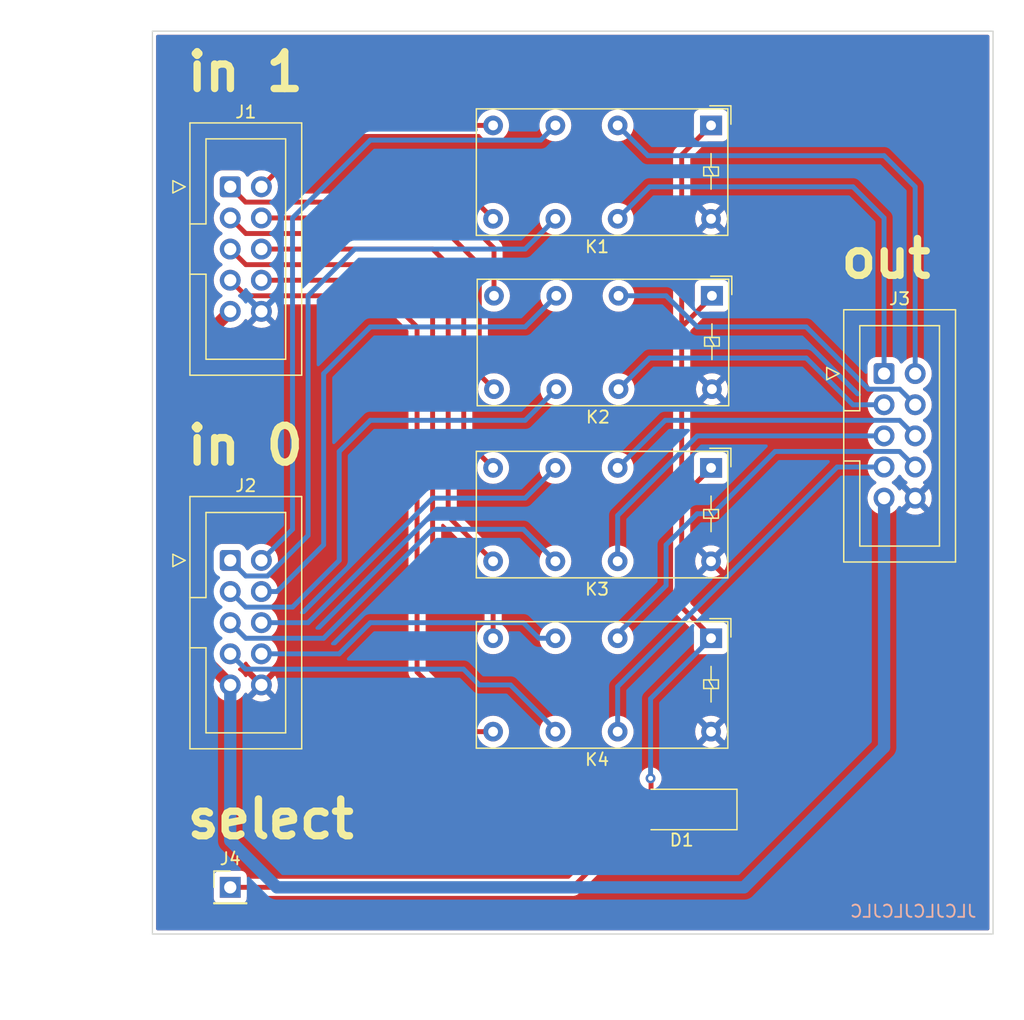
<source format=kicad_pcb>
(kicad_pcb (version 20221018) (generator pcbnew)
  (layers (0 "F.Cu" signal) (31 "B.Cu" signal) (34 "B.Paste" user) (35 "F.Paste" user) (36 "B.SilkS" user "B.Silkscreen") (37 "F.SilkS" user "F.Silkscreen") (38 "B.Mask" user) (39 "F.Mask" user) (44 "Edge.Cuts" user))
  (net 0 "")
  (net 1 "Net-(J1-Pin_1)")
  (net 2 "Net-(J1-Pin_2)")
  (net 3 "Net-(J1-Pin_3)")
  (net 4 "Net-(J1-Pin_4)")
  (net 5 "Net-(J1-Pin_5)")
  (net 6 "Net-(J1-Pin_6)")
  (net 7 "Net-(J1-Pin_7)")
  (net 8 "Net-(J1-Pin_8)")
  (net 9 "Net-(J2-Pin_1)")
  (net 10 "Net-(J2-Pin_2)")
  (net 11 "Net-(J2-Pin_3)")
  (net 12 "Net-(J2-Pin_4)")
  (net 13 "Net-(J2-Pin_5)")
  (net 14 "Net-(J2-Pin_6)")
  (net 15 "VCC")
  (net 16 "GND")
  (net 17 "Net-(J2-Pin_7)")
  (net 18 "Net-(J2-Pin_8)")
  (net 19 "Net-(J3-Pin_1)")
  (net 20 "Net-(J3-Pin_2)")
  (net 21 "Net-(J3-Pin_3)")
  (net 22 "Net-(J3-Pin_4)")
  (net 23 "Net-(J3-Pin_5)")
  (net 24 "Net-(J3-Pin_6)")
  (net 25 "Net-(J3-Pin_7)")
  (net 26 "Net-(D1-A2)")
  (net 27 "Net-(J3-Pin_8)")
  (footprint "Connector_IDC:IDC-Header_2x05_P2.54mm_Vertical" (layer "F.Cu") (at 111.76 106.68)
    (fp_text reference "J2" (at 1.27 -6.1) (layer "F.SilkS"))
    (fp_text value "BHR-10-VUA" hide)
    (fp_line (start -4.68 -0.5) (end -4.68 0.5) (stroke (width 0.12)) (layer "F.SilkS"))
    (fp_line (start -4.68 0.5) (end -3.68 0) (stroke (width 0.12)) (layer "F.SilkS"))
    (fp_line (start -3.68 0) (end -4.68 -0.5) (stroke (width 0.12)) (layer "F.SilkS"))
    (fp_line (start -3.29 -5.21) (end 5.83 -5.21) (stroke (width 0.12)) (layer "F.SilkS"))
    (fp_line (start -3.29 3.03) (end -1.98 3.03) (stroke (width 0.12)) (layer "F.SilkS"))
    (fp_line (start -3.29 15.37) (end -3.29 -5.21) (stroke (width 0.12)) (layer "F.SilkS"))
    (fp_line (start -1.98 -3.91) (end 4.52 -3.91) (stroke (width 0.12)) (layer "F.SilkS"))
    (fp_line (start -1.98 3.03) (end -1.98 -3.91) (stroke (width 0.12)) (layer "F.SilkS"))
    (fp_line (start -1.98 7.13) (end -3.29 7.13) (stroke (width 0.12)) (layer "F.SilkS"))
    (fp_line (start -1.98 7.13) (end -1.98 7.13) (stroke (width 0.12)) (layer "F.SilkS"))
    (fp_line (start -1.98 14.07) (end -1.98 7.13) (stroke (width 0.12)) (layer "F.SilkS"))
    (fp_line (start 4.52 -3.91) (end 4.52 14.07) (stroke (width 0.12)) (layer "F.SilkS"))
    (fp_line (start 4.52 14.07) (end -1.98 14.07) (stroke (width 0.12)) (layer "F.SilkS"))
    (fp_line (start 5.83 -5.21) (end 5.83 15.37) (stroke (width 0.12)) (layer "F.SilkS"))
    (fp_line (start 5.83 15.37) (end -3.29 15.37) (stroke (width 0.12)) (layer "F.SilkS"))
    (pad "1" thru_hole roundrect (at 0 0) (size 1.7 1.7) (drill 1) (layers "*.Cu" "*.Mask") (roundrect_rratio 0.147059) (net 9 "Net-(J2-Pin_1)"))
    (pad "2" thru_hole circle (at 2.54 0) (size 1.7 1.7) (drill 1) (layers "*.Cu" "*.Mask") (net 10 "Net-(J2-Pin_2)"))
    (pad "3" thru_hole circle (at 0 2.54) (size 1.7 1.7) (drill 1) (layers "*.Cu" "*.Mask") (net 11 "Net-(J2-Pin_3)"))
    (pad "4" thru_hole circle (at 2.54 2.54) (size 1.7 1.7) (drill 1) (layers "*.Cu" "*.Mask") (net 12 "Net-(J2-Pin_4)"))
    (pad "5" thru_hole circle (at 0 5.08) (size 1.7 1.7) (drill 1) (layers "*.Cu" "*.Mask") (net 13 "Net-(J2-Pin_5)"))
    (pad "6" thru_hole circle (at 2.54 5.08) (size 1.7 1.7) (drill 1) (layers "*.Cu" "*.Mask") (net 14 "Net-(J2-Pin_6)"))
    (pad "7" thru_hole circle (at 0 7.62) (size 1.7 1.7) (drill 1) (layers "*.Cu" "*.Mask") (net 17 "Net-(J2-Pin_7)"))
    (pad "8" thru_hole circle (at 2.54 7.62) (size 1.7 1.7) (drill 1) (layers "*.Cu" "*.Mask") (net 18 "Net-(J2-Pin_8)"))
    (pad "9" thru_hole circle (at 0 10.16) (size 1.7 1.7) (drill 1) (layers "*.Cu" "*.Mask") (net 15 "VCC"))
    (pad "10" thru_hole circle (at 2.54 10.16) (size 1.7 1.7) (drill 1) (layers "*.Cu" "*.Mask") (net 16 "GND"))
  )
  (footprint "Connector_PinHeader_2.54mm:PinHeader_1x01_P2.54mm_Vertical" (layer "F.Cu") (at 111.76 133.35)
    (fp_text reference "J4" (at 0 -2.33) (layer "F.SilkS"))
    (fp_text value "Conn_01x01")
    (fp_line (start -1.33 -1.33) (end 0 -1.33) (stroke (width 0.12)) (layer "F.SilkS"))
    (fp_line (start -1.33 0) (end -1.33 -1.33) (stroke (width 0.12)) (layer "F.SilkS"))
    (fp_line (start -1.33 1.27) (end -1.33 1.33) (stroke (width 0.12)) (layer "F.SilkS"))
    (fp_line (start -1.33 1.27) (end 1.33 1.27) (stroke (width 0.12)) (layer "F.SilkS"))
    (fp_line (start -1.33 1.33) (end 1.33 1.33) (stroke (width 0.12)) (layer "F.SilkS"))
    (fp_line (start 1.33 1.27) (end 1.33 1.33) (stroke (width 0.12)) (layer "F.SilkS"))
    (pad "1" thru_hole rect (at 0 0) (size 1.7 1.7) (drill 1) (layers "*.Cu" "*.Mask") (net 26 "Net-(D1-A2)"))
  )
  (footprint "Connector_IDC:IDC-Header_2x05_P2.54mm_Vertical" (layer "F.Cu") (at 165.1 91.44)
    (fp_text reference "J3" (at 1.27 -6.1) (layer "F.SilkS"))
    (fp_text value "BHR-10-VUA")
    (fp_line (start -4.68 -0.5) (end -4.68 0.5) (stroke (width 0.12)) (layer "F.SilkS"))
    (fp_line (start -4.68 0.5) (end -3.68 0) (stroke (width 0.12)) (layer "F.SilkS"))
    (fp_line (start -3.68 0) (end -4.68 -0.5) (stroke (width 0.12)) (layer "F.SilkS"))
    (fp_line (start -3.29 -5.21) (end 5.83 -5.21) (stroke (width 0.12)) (layer "F.SilkS"))
    (fp_line (start -3.29 3.03) (end -1.98 3.03) (stroke (width 0.12)) (layer "F.SilkS"))
    (fp_line (start -3.29 15.37) (end -3.29 -5.21) (stroke (width 0.12)) (layer "F.SilkS"))
    (fp_line (start -1.98 -3.91) (end 4.52 -3.91) (stroke (width 0.12)) (layer "F.SilkS"))
    (fp_line (start -1.98 3.03) (end -1.98 -3.91) (stroke (width 0.12)) (layer "F.SilkS"))
    (fp_line (start -1.98 7.13) (end -3.29 7.13) (stroke (width 0.12)) (layer "F.SilkS"))
    (fp_line (start -1.98 7.13) (end -1.98 7.13) (stroke (width 0.12)) (layer "F.SilkS"))
    (fp_line (start -1.98 14.07) (end -1.98 7.13) (stroke (width 0.12)) (layer "F.SilkS"))
    (fp_line (start 4.52 -3.91) (end 4.52 14.07) (stroke (width 0.12)) (layer "F.SilkS"))
    (fp_line (start 4.52 14.07) (end -1.98 14.07) (stroke (width 0.12)) (layer "F.SilkS"))
    (fp_line (start 5.83 -5.21) (end 5.83 15.37) (stroke (width 0.12)) (layer "F.SilkS"))
    (fp_line (start 5.83 15.37) (end -3.29 15.37) (stroke (width 0.12)) (layer "F.SilkS"))
    (pad "1" thru_hole roundrect (at 0 0) (size 1.7 1.7) (drill 1) (layers "*.Cu" "*.Mask") (roundrect_rratio 0.147059) (net 19 "Net-(J3-Pin_1)"))
    (pad "2" thru_hole circle (at 2.54 0) (size 1.7 1.7) (drill 1) (layers "*.Cu" "*.Mask") (net 20 "Net-(J3-Pin_2)"))
    (pad "3" thru_hole circle (at 0 2.54) (size 1.7 1.7) (drill 1) (layers "*.Cu" "*.Mask") (net 21 "Net-(J3-Pin_3)"))
    (pad "4" thru_hole circle (at 2.54 2.54) (size 1.7 1.7) (drill 1) (layers "*.Cu" "*.Mask") (net 22 "Net-(J3-Pin_4)"))
    (pad "5" thru_hole circle (at 0 5.08) (size 1.7 1.7) (drill 1) (layers "*.Cu" "*.Mask") (net 23 "Net-(J3-Pin_5)"))
    (pad "6" thru_hole circle (at 2.54 5.08) (size 1.7 1.7) (drill 1) (layers "*.Cu" "*.Mask") (net 24 "Net-(J3-Pin_6)"))
    (pad "7" thru_hole circle (at 0 7.62) (size 1.7 1.7) (drill 1) (layers "*.Cu" "*.Mask") (net 25 "Net-(J3-Pin_7)"))
    (pad "8" thru_hole circle (at 2.54 7.62) (size 1.7 1.7) (drill 1) (layers "*.Cu" "*.Mask") (net 27 "Net-(J3-Pin_8)"))
    (pad "9" thru_hole circle (at 0 10.16) (size 1.7 1.7) (drill 1) (layers "*.Cu" "*.Mask") (net 15 "VCC"))
    (pad "10" thru_hole circle (at 2.54 10.16) (size 1.7 1.7) (drill 1) (layers "*.Cu" "*.Mask") (net 16 "GND"))
  )
  (footprint "Diode_SMD:D_SMA_Handsoldering" (layer "F.Cu") (at 148.59 127 180)
    (fp_text reference "D1" (at 0 -2.5) (layer "F.SilkS"))
    (fp_text value "SMAJ14CA" hide)
    (fp_line (start -4.51 -1.65) (end -4.51 1.65) (stroke (width 0.12)) (layer "F.SilkS"))
    (fp_line (start -4.51 -1.65) (end 2.5 -1.65) (stroke (width 0.12)) (layer "F.SilkS"))
    (fp_line (start -4.51 1.65) (end 2.5 1.65) (stroke (width 0.12)) (layer "F.SilkS"))
    (pad "1" smd roundrect (at -2.5 0 180) (size 3.5 1.8) (layers "F.Cu" "F.Paste" "F.Mask") (roundrect_rratio 0.1388888889) (net 16 "GND"))
    (pad "2" smd roundrect (at 2.5 0 180) (size 3.5 1.8) (layers "F.Cu" "F.Paste" "F.Mask") (roundrect_rratio 0.1388888889) (net 26 "Net-(D1-A2)"))
  )
  (footprint "Relay_THT:Relay_DPDT_Finder_30.22" (layer "F.Cu") (at 150.985 71.1925 180)
    (fp_text reference "K1" (at 9.3 -9.9) (layer "F.SilkS"))
    (fp_text value "J104D2C12VDC.15S" hide)
    (fp_line (start -1.62 1.6) (end -1.62 0.1) (stroke (width 0.12)) (layer "F.SilkS"))
    (fp_line (start -1.37 -8.97) (end 19.15 -8.97) (stroke (width 0.12)) (layer "F.SilkS"))
    (fp_line (start -1.37 1.35) (end -1.37 -8.97) (stroke (width 0.12)) (layer "F.SilkS"))
    (fp_line (start -0.6 -4.1) (end -0.6 -3.4) (stroke (width 0.12)) (layer "F.SilkS"))
    (fp_line (start -0.6 -3.4) (end 0.6 -3.4) (stroke (width 0.12)) (layer "F.SilkS"))
    (fp_line (start 0 -4.1) (end 0 -5.2) (stroke (width 0.12)) (layer "F.SilkS"))
    (fp_line (start 0 -3.4) (end 0 -2.3) (stroke (width 0.12)) (layer "F.SilkS"))
    (fp_line (start 0.1 1.6) (end -1.62 1.6) (stroke (width 0.12)) (layer "F.SilkS"))
    (fp_line (start 0.2 -3.4) (end -0.2 -4.1) (stroke (width 0.12)) (layer "F.SilkS"))
    (fp_line (start 0.6 -4.1) (end -0.6 -4.1) (stroke (width 0.12)) (layer "F.SilkS"))
    (fp_line (start 0.6 -3.4) (end 0.6 -4.1) (stroke (width 0.12)) (layer "F.SilkS"))
    (fp_line (start 19.15 -8.97) (end 19.15 1.35) (stroke (width 0.12)) (layer "F.SilkS"))
    (fp_line (start 19.15 1.35) (end -1.37 1.35) (stroke (width 0.12)) (layer "F.SilkS"))
    (pad "11" thru_hole circle (at 7.62 0 270) (size 1.6 1.6) (drill 0.8) (layers "*.Cu" "*.Mask") (net 20 "Net-(J3-Pin_2)"))
    (pad "12" thru_hole circle (at 12.7 0 270) (size 1.6 1.6) (drill 0.8) (layers "*.Cu" "*.Mask") (net 10 "Net-(J2-Pin_2)"))
    (pad "14" thru_hole circle (at 17.78 0 270) (size 1.6 1.6) (drill 0.8) (layers "*.Cu" "*.Mask") (net 2 "Net-(J1-Pin_2)"))
    (pad "21" thru_hole circle (at 7.62 -7.62 270) (size 1.6 1.6) (drill 0.8) (layers "*.Cu" "*.Mask") (net 19 "Net-(J3-Pin_1)"))
    (pad "22" thru_hole circle (at 12.7 -7.62 270) (size 1.6 1.6) (drill 0.8) (layers "*.Cu" "*.Mask") (net 9 "Net-(J2-Pin_1)"))
    (pad "24" thru_hole circle (at 17.78 -7.62) (size 1.6 1.6) (drill 0.8) (layers "*.Cu" "*.Mask") (net 1 "Net-(J1-Pin_1)"))
    (pad "A1" thru_hole rect (at 0 0 270) (size 1.6 1.8) (drill 0.8) (layers "*.Cu" "*.Mask") (net 26 "Net-(D1-A2)"))
    (pad "A2" thru_hole circle (at 0 -7.62 270) (size 1.6 1.6) (drill 0.8) (layers "*.Cu" "*.Mask") (net 16 "GND"))
  )
  (footprint "Connector_IDC:IDC-Header_2x05_P2.54mm_Vertical" (layer "F.Cu") (at 111.76 76.2)
    (fp_text reference "J1" (at 1.27 -6.1) (layer "F.SilkS"))
    (fp_text value "BHR-10-VUA" hide)
    (fp_line (start -4.68 -0.5) (end -4.68 0.5) (stroke (width 0.12)) (layer "F.SilkS"))
    (fp_line (start -4.68 0.5) (end -3.68 0) (stroke (width 0.12)) (layer "F.SilkS"))
    (fp_line (start -3.68 0) (end -4.68 -0.5) (stroke (width 0.12)) (layer "F.SilkS"))
    (fp_line (start -3.29 -5.21) (end 5.83 -5.21) (stroke (width 0.12)) (layer "F.SilkS"))
    (fp_line (start -3.29 3.03) (end -1.98 3.03) (stroke (width 0.12)) (layer "F.SilkS"))
    (fp_line (start -3.29 15.37) (end -3.29 -5.21) (stroke (width 0.12)) (layer "F.SilkS"))
    (fp_line (start -1.98 -3.91) (end 4.52 -3.91) (stroke (width 0.12)) (layer "F.SilkS"))
    (fp_line (start -1.98 3.03) (end -1.98 -3.91) (stroke (width 0.12)) (layer "F.SilkS"))
    (fp_line (start -1.98 7.13) (end -3.29 7.13) (stroke (width 0.12)) (layer "F.SilkS"))
    (fp_line (start -1.98 7.13) (end -1.98 7.13) (stroke (width 0.12)) (layer "F.SilkS"))
    (fp_line (start -1.98 14.07) (end -1.98 7.13) (stroke (width 0.12)) (layer "F.SilkS"))
    (fp_line (start 4.52 -3.91) (end 4.52 14.07) (stroke (width 0.12)) (layer "F.SilkS"))
    (fp_line (start 4.52 14.07) (end -1.98 14.07) (stroke (width 0.12)) (layer "F.SilkS"))
    (fp_line (start 5.83 -5.21) (end 5.83 15.37) (stroke (width 0.12)) (layer "F.SilkS"))
    (fp_line (start 5.83 15.37) (end -3.29 15.37) (stroke (width 0.12)) (layer "F.SilkS"))
    (pad "1" thru_hole roundrect (at 0 0) (size 1.7 1.7) (drill 1) (layers "*.Cu" "*.Mask") (roundrect_rratio 0.147059) (net 1 "Net-(J1-Pin_1)"))
    (pad "2" thru_hole circle (at 2.54 0) (size 1.7 1.7) (drill 1) (layers "*.Cu" "*.Mask") (net 2 "Net-(J1-Pin_2)"))
    (pad "3" thru_hole circle (at 0 2.54) (size 1.7 1.7) (drill 1) (layers "*.Cu" "*.Mask") (net 3 "Net-(J1-Pin_3)"))
    (pad "4" thru_hole circle (at 2.54 2.54) (size 1.7 1.7) (drill 1) (layers "*.Cu" "*.Mask") (net 4 "Net-(J1-Pin_4)"))
    (pad "5" thru_hole circle (at 0 5.08) (size 1.7 1.7) (drill 1) (layers "*.Cu" "*.Mask") (net 5 "Net-(J1-Pin_5)"))
    (pad "6" thru_hole circle (at 2.54 5.08) (size 1.7 1.7) (drill 1) (layers "*.Cu" "*.Mask") (net 6 "Net-(J1-Pin_6)"))
    (pad "7" thru_hole circle (at 0 7.62) (size 1.7 1.7) (drill 1) (layers "*.Cu" "*.Mask") (net 7 "Net-(J1-Pin_7)"))
    (pad "8" thru_hole circle (at 2.54 7.62) (size 1.7 1.7) (drill 1) (layers "*.Cu" "*.Mask") (net 8 "Net-(J1-Pin_8)"))
    (pad "9" thru_hole circle (at 0 10.16) (size 1.7 1.7) (drill 1) (layers "*.Cu" "*.Mask") (net 15 "VCC"))
    (pad "10" thru_hole circle (at 2.54 10.16) (size 1.7 1.7) (drill 1) (layers "*.Cu" "*.Mask") (net 16 "GND"))
  )
  (footprint "Relay_THT:Relay_DPDT_Finder_30.22" (layer "F.Cu") (at 150.985 99.1325 180)
    (fp_text reference "K3" (at 9.3 -9.9) (layer "F.SilkS"))
    (fp_text value "J104D2C12VDC.15S")
    (fp_line (start -1.62 1.6) (end -1.62 0.1) (stroke (width 0.12)) (layer "F.SilkS"))
    (fp_line (start -1.37 -8.97) (end 19.15 -8.97) (stroke (width 0.12)) (layer "F.SilkS"))
    (fp_line (start -1.37 1.35) (end -1.37 -8.97) (stroke (width 0.12)) (layer "F.SilkS"))
    (fp_line (start -0.6 -4.1) (end -0.6 -3.4) (stroke (width 0.12)) (layer "F.SilkS"))
    (fp_line (start -0.6 -3.4) (end 0.6 -3.4) (stroke (width 0.12)) (layer "F.SilkS"))
    (fp_line (start 0 -4.1) (end 0 -5.2) (stroke (width 0.12)) (layer "F.SilkS"))
    (fp_line (start 0 -3.4) (end 0 -2.3) (stroke (width 0.12)) (layer "F.SilkS"))
    (fp_line (start 0.1 1.6) (end -1.62 1.6) (stroke (width 0.12)) (layer "F.SilkS"))
    (fp_line (start 0.2 -3.4) (end -0.2 -4.1) (stroke (width 0.12)) (layer "F.SilkS"))
    (fp_line (start 0.6 -4.1) (end -0.6 -4.1) (stroke (width 0.12)) (layer "F.SilkS"))
    (fp_line (start 0.6 -3.4) (end 0.6 -4.1) (stroke (width 0.12)) (layer "F.SilkS"))
    (fp_line (start 19.15 -8.97) (end 19.15 1.35) (stroke (width 0.12)) (layer "F.SilkS"))
    (fp_line (start 19.15 1.35) (end -1.37 1.35) (stroke (width 0.12)) (layer "F.SilkS"))
    (pad "11" thru_hole circle (at 7.62 0 270) (size 1.6 1.6) (drill 0.8) (layers "*.Cu" "*.Mask") (net 24 "Net-(J3-Pin_6)"))
    (pad "12" thru_hole circle (at 12.7 0 270) (size 1.6 1.6) (drill 0.8) (layers "*.Cu" "*.Mask") (net 14 "Net-(J2-Pin_6)"))
    (pad "14" thru_hole circle (at 17.78 0 270) (size 1.6 1.6) (drill 0.8) (layers "*.Cu" "*.Mask") (net 6 "Net-(J1-Pin_6)"))
    (pad "21" thru_hole circle (at 7.62 -7.62 270) (size 1.6 1.6) (drill 0.8) (layers "*.Cu" "*.Mask") (net 23 "Net-(J3-Pin_5)"))
    (pad "22" thru_hole circle (at 12.7 -7.62 270) (size 1.6 1.6) (drill 0.8) (layers "*.Cu" "*.Mask") (net 13 "Net-(J2-Pin_5)"))
    (pad "24" thru_hole circle (at 17.78 -7.62) (size 1.6 1.6) (drill 0.8) (layers "*.Cu" "*.Mask") (net 5 "Net-(J1-Pin_5)"))
    (pad "A1" thru_hole rect (at 0 0 270) (size 1.6 1.8) (drill 0.8) (layers "*.Cu" "*.Mask") (net 26 "Net-(D1-A2)"))
    (pad "A2" thru_hole circle (at 0 -7.62 270) (size 1.6 1.6) (drill 0.8) (layers "*.Cu" "*.Mask") (net 16 "GND"))
  )
  (footprint "Relay_THT:Relay_DPDT_Finder_30.22" (layer "F.Cu") (at 150.985 113.03 180)
    (fp_text reference "K4" (at 9.3 -9.9) (layer "F.SilkS"))
    (fp_text value "J104D2C12VDC.15S")
    (fp_line (start -1.62 1.6) (end -1.62 0.1) (stroke (width 0.12)) (layer "F.SilkS"))
    (fp_line (start -1.37 -8.97) (end 19.15 -8.97) (stroke (width 0.12)) (layer "F.SilkS"))
    (fp_line (start -1.37 1.35) (end -1.37 -8.97) (stroke (width 0.12)) (layer "F.SilkS"))
    (fp_line (start -0.6 -4.1) (end -0.6 -3.4) (stroke (width 0.12)) (layer "F.SilkS"))
    (fp_line (start -0.6 -3.4) (end 0.6 -3.4) (stroke (width 0.12)) (layer "F.SilkS"))
    (fp_line (start 0 -4.1) (end 0 -5.2) (stroke (width 0.12)) (layer "F.SilkS"))
    (fp_line (start 0 -3.4) (end 0 -2.3) (stroke (width 0.12)) (layer "F.SilkS"))
    (fp_line (start 0.1 1.6) (end -1.62 1.6) (stroke (width 0.12)) (layer "F.SilkS"))
    (fp_line (start 0.2 -3.4) (end -0.2 -4.1) (stroke (width 0.12)) (layer "F.SilkS"))
    (fp_line (start 0.6 -4.1) (end -0.6 -4.1) (stroke (width 0.12)) (layer "F.SilkS"))
    (fp_line (start 0.6 -3.4) (end 0.6 -4.1) (stroke (width 0.12)) (layer "F.SilkS"))
    (fp_line (start 19.15 -8.97) (end 19.15 1.35) (stroke (width 0.12)) (layer "F.SilkS"))
    (fp_line (start 19.15 1.35) (end -1.37 1.35) (stroke (width 0.12)) (layer "F.SilkS"))
    (pad "11" thru_hole circle (at 7.62 0 270) (size 1.6 1.6) (drill 0.8) (layers "*.Cu" "*.Mask") (net 27 "Net-(J3-Pin_8)"))
    (pad "12" thru_hole circle (at 12.7 0 270) (size 1.6 1.6) (drill 0.8) (layers "*.Cu" "*.Mask") (net 18 "Net-(J2-Pin_8)"))
    (pad "14" thru_hole circle (at 17.78 0 270) (size 1.6 1.6) (drill 0.8) (layers "*.Cu" "*.Mask") (net 8 "Net-(J1-Pin_8)"))
    (pad "21" thru_hole circle (at 7.62 -7.62 270) (size 1.6 1.6) (drill 0.8) (layers "*.Cu" "*.Mask") (net 25 "Net-(J3-Pin_7)"))
    (pad "22" thru_hole circle (at 12.7 -7.62 270) (size 1.6 1.6) (drill 0.8) (layers "*.Cu" "*.Mask") (net 17 "Net-(J2-Pin_7)"))
    (pad "24" thru_hole circle (at 17.78 -7.62) (size 1.6 1.6) (drill 0.8) (layers "*.Cu" "*.Mask") (net 7 "Net-(J1-Pin_7)"))
    (pad "A1" thru_hole rect (at 0 0 270) (size 1.6 1.8) (drill 0.8) (layers "*.Cu" "*.Mask") (net 26 "Net-(D1-A2)"))
    (pad "A2" thru_hole circle (at 0 -7.62 270) (size 1.6 1.6) (drill 0.8) (layers "*.Cu" "*.Mask") (net 16 "GND"))
  )
  (footprint "Relay_THT:Relay_DPDT_Finder_30.22" (layer "F.Cu") (at 151.0575 85.09 180)
    (fp_text reference "K2" (at 9.3 -9.9) (layer "F.SilkS"))
    (fp_text value "J104D2C12VDC.15S")
    (fp_line (start -1.62 1.6) (end -1.62 0.1) (stroke (width 0.12)) (layer "F.SilkS"))
    (fp_line (start -1.37 -8.97) (end 19.15 -8.97) (stroke (width 0.12)) (layer "F.SilkS"))
    (fp_line (start -1.37 1.35) (end -1.37 -8.97) (stroke (width 0.12)) (layer "F.SilkS"))
    (fp_line (start -0.6 -4.1) (end -0.6 -3.4) (stroke (width 0.12)) (layer "F.SilkS"))
    (fp_line (start -0.6 -3.4) (end 0.6 -3.4) (stroke (width 0.12)) (layer "F.SilkS"))
    (fp_line (start 0 -4.1) (end 0 -5.2) (stroke (width 0.12)) (layer "F.SilkS"))
    (fp_line (start 0 -3.4) (end 0 -2.3) (stroke (width 0.12)) (layer "F.SilkS"))
    (fp_line (start 0.1 1.6) (end -1.62 1.6) (stroke (width 0.12)) (layer "F.SilkS"))
    (fp_line (start 0.2 -3.4) (end -0.2 -4.1) (stroke (width 0.12)) (layer "F.SilkS"))
    (fp_line (start 0.6 -4.1) (end -0.6 -4.1) (stroke (width 0.12)) (layer "F.SilkS"))
    (fp_line (start 0.6 -3.4) (end 0.6 -4.1) (stroke (width 0.12)) (layer "F.SilkS"))
    (fp_line (start 19.15 -8.97) (end 19.15 1.35) (stroke (width 0.12)) (layer "F.SilkS"))
    (fp_line (start 19.15 1.35) (end -1.37 1.35) (stroke (width 0.12)) (layer "F.SilkS"))
    (pad "11" thru_hole circle (at 7.62 0 270) (size 1.6 1.6) (drill 0.8) (layers "*.Cu" "*.Mask") (net 22 "Net-(J3-Pin_4)"))
    (pad "12" thru_hole circle (at 12.7 0 270) (size 1.6 1.6) (drill 0.8) (layers "*.Cu" "*.Mask") (net 12 "Net-(J2-Pin_4)"))
    (pad "14" thru_hole circle (at 17.78 0 270) (size 1.6 1.6) (drill 0.8) (layers "*.Cu" "*.Mask") (net 4 "Net-(J1-Pin_4)"))
    (pad "21" thru_hole circle (at 7.62 -7.62 270) (size 1.6 1.6) (drill 0.8) (layers "*.Cu" "*.Mask") (net 21 "Net-(J3-Pin_3)"))
    (pad "22" thru_hole circle (at 12.7 -7.62 270) (size 1.6 1.6) (drill 0.8) (layers "*.Cu" "*.Mask") (net 11 "Net-(J2-Pin_3)"))
    (pad "24" thru_hole circle (at 17.78 -7.62) (size 1.6 1.6) (drill 0.8) (layers "*.Cu" "*.Mask") (net 3 "Net-(J1-Pin_3)"))
    (pad "A1" thru_hole rect (at 0 0 270) (size 1.6 1.8) (drill 0.8) (layers "*.Cu" "*.Mask") (net 26 "Net-(D1-A2)"))
    (pad "A2" thru_hole circle (at 0 -7.62 270) (size 1.6 1.6) (drill 0.8) (layers "*.Cu" "*.Mask") (net 16 "GND"))
  )
  (gr_line (start 173.99 137.16) (end 105.41 137.16) (stroke (width 0.1)) (layer "Edge.Cuts"))
  (gr_line (start 105.41 63.5) (end 173.99 63.5) (stroke (width 0.1)) (layer "Edge.Cuts"))
  (gr_line (start 105.41 137.16) (end 105.41 63.5) (stroke (width 0.1)) (layer "Edge.Cuts"))
  (gr_line (start 173.99 63.5) (end 173.99 137.16) (stroke (width 0.1)) (layer "Edge.Cuts"))
  (gr_text "JLCJLCJLCJLC" (at 172.72 135.89) (layer "B.SilkS") (effects (font (size 1 1)) (justify left bottom mirror)))
  (gr_text "in 0" (at 107.95 99.06) (layer "F.SilkS") (effects (font (size 3 3) (thickness 0.6) bold) (justify left bottom)))
  (gr_text "select" (at 107.95 129.54) (layer "F.SilkS") (effects (font (size 3 3) (thickness 0.6) bold) (justify left bottom)))
  (gr_text "in 1" (at 107.95 68.58) (layer "F.SilkS") (effects (font (size 3 3) (thickness 0.6) bold) (justify left bottom)))
  (gr_text "out" (at 161.29 83.82) (layer "F.SilkS") (effects (font (size 3 3) (thickness 0.6) bold) (justify left bottom)))
  (segment (start 131.8425 77.45) (end 133.205 78.8125) (width 0.4) (layer "F.Cu") (net 1))
  (segment (start 111.76 76.2) (end 113.01 77.45) (width 0.4) (layer "F.Cu") (net 1))
  (segment (start 113.01 77.45) (end 131.8425 77.45) (width 0.4) (layer "F.Cu") (net 1))
  (segment (start 133.205 71.1925) (end 119.3075 71.1925) (width 0.4) (layer "F.Cu") (net 2))
  (segment (start 119.3075 71.1925) (end 114.3 76.2) (width 0.4) (layer "F.Cu") (net 2))
  (segment (start 132.0775 82.5475) (end 129.54 80.01) (width 0.4) (layer "F.Cu") (net 3))
  (segment (start 133.2775 92.71) (end 132.0775 91.51) (width 0.4) (layer "F.Cu") (net 3))
  (segment (start 113.03 80.01) (end 111.76 78.74) (width 0.4) (layer "F.Cu") (net 3))
  (segment (start 132.0775 91.51) (end 132.0775 82.5475) (width 0.4) (layer "F.Cu") (net 3))
  (segment (start 129.54 80.01) (end 113.03 80.01) (width 0.4) (layer "F.Cu") (net 3))
  (segment (start 133.2775 85.09) (end 133.2775 81.2075) (width 0.4) (layer "F.Cu") (net 4))
  (segment (start 133.2775 81.2075) (end 130.81 78.74) (width 0.4) (layer "F.Cu") (net 4))
  (segment (start 130.81 78.74) (end 114.3 78.74) (width 0.4) (layer "F.Cu") (net 4))
  (segment (start 127 82.55) (end 113.03 82.55) (width 0.4) (layer "F.Cu") (net 5))
  (segment (start 129.54 85.09) (end 127 82.55) (width 0.4) (layer "F.Cu") (net 5))
  (segment (start 133.205 106.7525) (end 129.54 103.0875) (width 0.4) (layer "F.Cu") (net 5))
  (segment (start 129.54 103.0875) (end 129.54 85.09) (width 0.4) (layer "F.Cu") (net 5))
  (segment (start 113.03 82.55) (end 111.76 81.28) (width 0.4) (layer "F.Cu") (net 5))
  (segment (start 133.205 99.1325) (end 130.81 96.7375) (width 0.4) (layer "F.Cu") (net 6))
  (segment (start 130.81 83.82) (end 128.27 81.28) (width 0.4) (layer "F.Cu") (net 6))
  (segment (start 130.81 96.7375) (end 130.81 83.82) (width 0.4) (layer "F.Cu") (net 6))
  (segment (start 128.27 81.28) (end 114.3 81.28) (width 0.4) (layer "F.Cu") (net 6))
  (segment (start 113.03 85.09) (end 111.76 83.82) (width 0.4) (layer "F.Cu") (net 7))
  (segment (start 133.205 120.65) (end 131.8625 120.65) (width 0.4) (layer "F.Cu") (net 7))
  (segment (start 124.46 85.09) (end 113.03 85.09) (width 0.4) (layer "F.Cu") (net 7))
  (segment (start 131.8625 120.65) (end 127 115.7875) (width 0.4) (layer "F.Cu") (net 7))
  (segment (start 127 115.7875) (end 127 87.63) (width 0.4) (layer "F.Cu") (net 7))
  (segment (start 127 87.63) (end 124.46 85.09) (width 0.4) (layer "F.Cu") (net 7))
  (segment (start 128.27 86.36) (end 125.73 83.82) (width 0.4) (layer "F.Cu") (net 8))
  (segment (start 133.205 110.345) (end 128.27 105.41) (width 0.4) (layer "F.Cu") (net 8))
  (segment (start 125.73 83.82) (end 114.3 83.82) (width 0.4) (layer "F.Cu") (net 8))
  (segment (start 133.205 113.03) (end 133.205 110.345) (width 0.4) (layer "F.Cu") (net 8))
  (segment (start 128.27 105.41) (end 128.27 86.36) (width 0.4) (layer "F.Cu") (net 8))
  (segment (start 138.285 78.8125) (end 135.8175 81.28) (width 0.4) (layer "B.Cu") (net 9))
  (segment (start 114.797767 107.95) (end 113.03 107.95) (width 0.4) (layer "B.Cu") (net 9))
  (segment (start 135.8175 81.28) (end 121.92 81.28) (width 0.4) (layer "B.Cu") (net 9))
  (segment (start 118.11 85.09) (end 118.11 104.637767) (width 0.4) (layer "B.Cu") (net 9))
  (segment (start 113.03 107.95) (end 111.76 106.68) (width 0.4) (layer "B.Cu") (net 9))
  (segment (start 118.11 104.637767) (end 114.797767 107.95) (width 0.4) (layer "B.Cu") (net 9))
  (segment (start 121.92 81.28) (end 118.11 85.09) (width 0.4) (layer "B.Cu") (net 9))
  (segment (start 123.1875 72.3925) (end 116.84 78.74) (width 0.4) (layer "B.Cu") (net 10))
  (segment (start 116.84 104.14) (end 114.3 106.68) (width 0.4) (layer "B.Cu") (net 10))
  (segment (start 116.84 78.74) (end 116.84 104.14) (width 0.4) (layer "B.Cu") (net 10))
  (segment (start 138.285 71.1925) (end 137.085 72.3925) (width 0.4) (layer "B.Cu") (net 10))
  (segment (start 137.085 72.3925) (end 123.1875 72.3925) (width 0.4) (layer "B.Cu") (net 10))
  (segment (start 120.65 106.68) (end 116.84 110.49) (width 0.4) (layer "B.Cu") (net 11))
  (segment (start 120.65 97.79) (end 120.65 106.68) (width 0.4) (layer "B.Cu") (net 11))
  (segment (start 123.19 95.25) (end 120.65 97.79) (width 0.4) (layer "B.Cu") (net 11))
  (segment (start 113.03 110.49) (end 111.76 109.22) (width 0.4) (layer "B.Cu") (net 11))
  (segment (start 138.3575 92.71) (end 135.8175 95.25) (width 0.4) (layer "B.Cu") (net 11))
  (segment (start 135.8175 95.25) (end 123.19 95.25) (width 0.4) (layer "B.Cu") (net 11))
  (segment (start 116.84 110.49) (end 113.03 110.49) (width 0.4) (layer "B.Cu") (net 11))
  (segment (start 123.19 87.63) (end 119.38 91.44) (width 0.4) (layer "B.Cu") (net 12))
  (segment (start 135.8175 87.63) (end 123.19 87.63) (width 0.4) (layer "B.Cu") (net 12))
  (segment (start 138.3575 85.09) (end 135.8175 87.63) (width 0.4) (layer "B.Cu") (net 12))
  (segment (start 115.57 109.22) (end 114.3 109.22) (width 0.4) (layer "B.Cu") (net 12))
  (segment (start 119.38 105.41) (end 115.57 109.22) (width 0.4) (layer "B.Cu") (net 12))
  (segment (start 119.38 91.44) (end 119.38 105.41) (width 0.4) (layer "B.Cu") (net 12))
  (segment (start 138.285 106.7525) (end 135.6725 104.14) (width 0.4) (layer "B.Cu") (net 13))
  (segment (start 128.27 104.14) (end 119.38 113.03) (width 0.4) (layer "B.Cu") (net 13))
  (segment (start 135.6725 104.14) (end 128.27 104.14) (width 0.4) (layer "B.Cu") (net 13))
  (segment (start 119.38 113.03) (end 113.03 113.03) (width 0.4) (layer "B.Cu") (net 13))
  (segment (start 113.03 113.03) (end 111.76 111.76) (width 0.4) (layer "B.Cu") (net 13))
  (segment (start 128.27 101.6) (end 118.11 111.76) (width 0.4) (layer "B.Cu") (net 14))
  (segment (start 135.8175 101.6) (end 128.27 101.6) (width 0.4) (layer "B.Cu") (net 14))
  (segment (start 118.11 111.76) (end 114.3 111.76) (width 0.4) (layer "B.Cu") (net 14))
  (segment (start 138.285 99.1325) (end 135.8175 101.6) (width 0.4) (layer "B.Cu") (net 14))
  (segment (start 109.22 88.9) (end 109.22 114.3) (width 1) (layer "F.Cu") (net 15))
  (segment (start 111.76 86.36) (end 109.22 88.9) (width 1) (layer "F.Cu") (net 15))
  (segment (start 109.22 114.3) (end 111.76 116.84) (width 1) (layer "F.Cu") (net 15))
  (segment (start 165.1 121.92) (end 165.1 101.6) (width 1) (layer "B.Cu") (net 15))
  (segment (start 153.67 133.35) (end 165.1 121.92) (width 1) (layer "B.Cu") (net 15))
  (segment (start 115.57 133.35) (end 153.67 133.35) (width 1) (layer "B.Cu") (net 15))
  (segment (start 111.76 116.84) (end 111.76 129.54) (width 1) (layer "B.Cu") (net 15))
  (segment (start 111.76 129.54) (end 115.57 133.35) (width 1) (layer "B.Cu") (net 15))
  (segment (start 130.79 115.55) (end 113.01 115.55) (width 0.4) (layer "B.Cu") (net 17))
  (segment (start 138.285 120.505) (end 134.62 116.84) (width 0.4) (layer "B.Cu") (net 17))
  (segment (start 138.285 120.65) (end 138.285 120.505) (width 0.4) (layer "B.Cu") (net 17))
  (segment (start 134.62 116.84) (end 132.08 116.84) (width 0.4) (layer "B.Cu") (net 17))
  (segment (start 132.08 116.84) (end 130.79 115.55) (width 0.4) (layer "B.Cu") (net 17))
  (segment (start 113.01 115.55) (end 111.76 114.3) (width 0.4) (layer "B.Cu") (net 17))
  (segment (start 120.65 114.3) (end 114.3 114.3) (width 0.4) (layer "B.Cu") (net 18))
  (segment (start 138.285 113.03) (end 136.9425 113.03) (width 0.4) (layer "B.Cu") (net 18))
  (segment (start 123.19 111.76) (end 120.65 114.3) (width 0.4) (layer "B.Cu") (net 18))
  (segment (start 136.9425 113.03) (end 135.6725 111.76) (width 0.4) (layer "B.Cu") (net 18))
  (segment (start 135.6725 111.76) (end 123.19 111.76) (width 0.4) (layer "B.Cu") (net 18))
  (segment (start 162.56 76.2) (end 165.1 78.74) (width 0.4) (layer "B.Cu") (net 19))
  (segment (start 165.1 78.74) (end 165.1 91.44) (width 0.4) (layer "B.Cu") (net 19))
  (segment (start 145.9775 76.2) (end 162.56 76.2) (width 0.4) (layer "B.Cu") (net 19))
  (segment (start 143.365 78.8125) (end 145.9775 76.2) (width 0.4) (layer "B.Cu") (net 19))
  (segment (start 145.8325 73.66) (end 165.1 73.66) (width 0.4) (layer "B.Cu") (net 20))
  (segment (start 167.64 76.2) (end 167.64 91.44) (width 0.4) (layer "B.Cu") (net 20))
  (segment (start 143.365 71.1925) (end 145.8325 73.66) (width 0.4) (layer "B.Cu") (net 20))
  (segment (start 165.1 73.66) (end 167.64 76.2) (width 0.4) (layer "B.Cu") (net 20))
  (segment (start 162.56 93.98) (end 165.1 93.98) (width 0.4) (layer "B.Cu") (net 21))
  (segment (start 158.75 90.17) (end 162.56 93.98) (width 0.4) (layer "B.Cu") (net 21))
  (segment (start 143.4375 92.71) (end 145.9775 90.17) (width 0.4) (layer "B.Cu") (net 21))
  (segment (start 145.9775 90.17) (end 158.75 90.17) (width 0.4) (layer "B.Cu") (net 21))
  (segment (start 158.75 87.63) (end 163.83 92.71) (width 0.4) (layer "B.Cu") (net 22))
  (segment (start 147.32 85.09) (end 149.86 87.63) (width 0.4) (layer "B.Cu") (net 22))
  (segment (start 149.86 87.63) (end 158.75 87.63) (width 0.4) (layer "B.Cu") (net 22))
  (segment (start 143.4375 85.09) (end 147.32 85.09) (width 0.4) (layer "B.Cu") (net 22))
  (segment (start 163.83 92.71) (end 166.37 92.71) (width 0.4) (layer "B.Cu") (net 22))
  (segment (start 166.37 92.71) (end 167.64 93.98) (width 0.4) (layer "B.Cu") (net 22))
  (segment (start 143.365 103.015) (end 149.86 96.52) (width 0.4) (layer "B.Cu") (net 23))
  (segment (start 149.86 96.52) (end 165.1 96.52) (width 0.4) (layer "B.Cu") (net 23))
  (segment (start 143.365 106.7525) (end 143.365 103.015) (width 0.4) (layer "B.Cu") (net 23))
  (segment (start 147.2475 95.25) (end 166.37 95.25) (width 0.4) (layer "B.Cu") (net 24))
  (segment (start 143.365 99.1325) (end 147.2475 95.25) (width 0.4) (layer "B.Cu") (net 24))
  (segment (start 166.37 95.25) (end 167.64 96.52) (width 0.4) (layer "B.Cu") (net 24))
  (segment (start 143.365 120.65) (end 143.365 116.96875) (width 0.4) (layer "B.Cu") (net 25))
  (segment (start 143.365 116.96875) (end 161.27375 99.06) (width 0.4) (layer "B.Cu") (net 25))
  (segment (start 161.27375 99.06) (end 165.1 99.06) (width 0.4) (layer "B.Cu") (net 25))
  (segment (start 146.09 124.5) (end 146.05 124.46) (width 0.4) (layer "F.Cu") (net 26))
  (segment (start 148.59 110.49) (end 150.985 112.885) (width 0.4) (layer "F.Cu") (net 26))
  (segment (start 151.0575 85.09) (end 151.0575 85.1625) (width 0.4) (layer "F.Cu") (net 26))
  (segment (start 150.985 99.1325) (end 148.59 101.5275) (width 0.4) (layer "F.Cu") (net 26))
  (segment (start 148.59 101.5275) (end 148.59 110.49) (width 0.4) (layer "F.Cu") (net 26))
  (segment (start 148.59 87.63) (end 148.59 101.5275) (width 0.4) (layer "F.Cu") (net 26))
  (segment (start 150.985 112.885) (end 150.985 113.03) (width 0.4) (layer "F.Cu") (net 26))
  (segment (start 150.985 71.1925) (end 148.59 73.5875) (width 0.4) (layer "F.Cu") (net 26))
  (segment (start 151.0575 85.1625) (end 148.59 87.63) (width 0.4) (layer "F.Cu") (net 26))
  (segment (start 146.09 127) (end 146.09 124.5) (width 0.4) (layer "F.Cu") (net 26))
  (segment (start 146.09 127) (end 144.82 128.27) (width 0.4) (layer "F.Cu") (net 26))
  (segment (start 148.59 73.5875) (end 148.59 87.63) (width 0.4) (layer "F.Cu") (net 26))
  (segment (start 139.7 133.35) (end 144.78 128.27) (width 0.4) (layer "F.Cu") (net 26))
  (segment (start 144.82 128.27) (end 144.78 128.27) (width 0.4) (layer "F.Cu") (net 26))
  (segment (start 111.76 133.35) (end 139.7 133.35) (width 0.4) (layer "F.Cu") (net 26))
  (via (at 146.05 124.46) (size 0.8) (drill 0.4) (layers "F.Cu" "B.Cu") (net 26))
  (segment (start 146.05 117.965) (end 150.985 113.03) (width 0.4) (layer "B.Cu") (net 26))
  (segment (start 146.05 124.46) (end 146.05 117.965) (width 0.4) (layer "B.Cu") (net 26))
  (segment (start 156.21 97.79) (end 166.37 97.79) (width 0.4) (layer "B.Cu") (net 27))
  (segment (start 166.37 97.79) (end 167.64 99.06) (width 0.4) (layer "B.Cu") (net 27))
  (segment (start 147.32 105.41) (end 149.86 102.87) (width 0.4) (layer "B.Cu") (net 27))
  (segment (start 151.13 102.87) (end 156.21 97.79) (width 0.4) (layer "B.Cu") (net 27))
  (segment (start 143.365 113.03) (end 143.365 112.675443) (width 0.4) (layer "B.Cu") (net 27))
  (segment (start 147.32 108.720443) (end 147.32 105.41) (width 0.4) (layer "B.Cu") (net 27))
  (segment (start 143.365 112.675443) (end 147.32 108.720443) (width 0.4) (layer "B.Cu") (net 27))
  (segment (start 149.86 102.87) (end 151.13 102.87) (width 0.4) (layer "B.Cu") (net 27))
  (zone (net 16) (net_name "GND") (layer "F.Cu") (connect_pads (clearance 0.5)) (min_thickness 0.25) (fill yes (thermal_gap 0.5) (thermal_bridge_width 0.5))
    (polygon (pts (xy 102.87 60.96) (xy 176.53 60.96) (xy 176.53 139.7) (xy 102.87 139.7)))
  )
  (zone (net 16) (net_name "GND") (layer "B.Cu") (priority 1) (connect_pads (clearance 0.5)) (min_thickness 0.25) (fill yes (thermal_gap 0.5) (thermal_bridge_width 0.5))
    (polygon (pts (xy 102.87 60.96) (xy 176.53 60.96) (xy 176.53 139.7) (xy 102.87 139.7)))
  )
)
</source>
